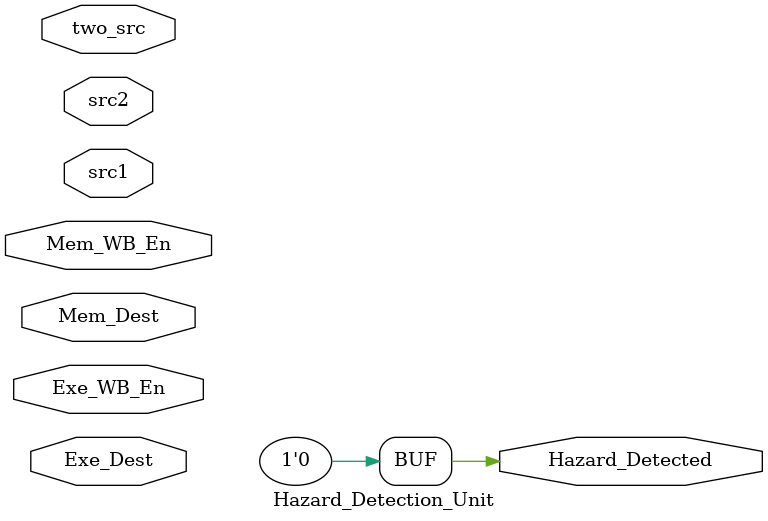
<source format=sv>
`timescale 1ns/1ns
module Hazard_Detection_Unit(
    input [3:0] src1,src2,Exe_Dest,Mem_Dest,
    input Exe_WB_En,Mem_WB_En,two_src,
    output reg Hazard_Detected 
);
  
   always@(*)
    begin
      if(
        (src1 == Exe_Dest &&  Exe_WB_En == 1 ) ||
        (src1 == Mem_Dest &&  Mem_WB_En == 1 ) ||
        (src2 == Exe_Dest &&  Exe_WB_En == 1 && two_src == 1) ||
        (src2 == Mem_Dest &&  Mem_WB_En == 1 && two_src == 1)
      )
        begin
          Hazard_Detected <= 0; // 1 change later 
        end
      else
        begin
          Hazard_Detected <= 0;
        end
    end
  
  
  
  
endmodule

</source>
